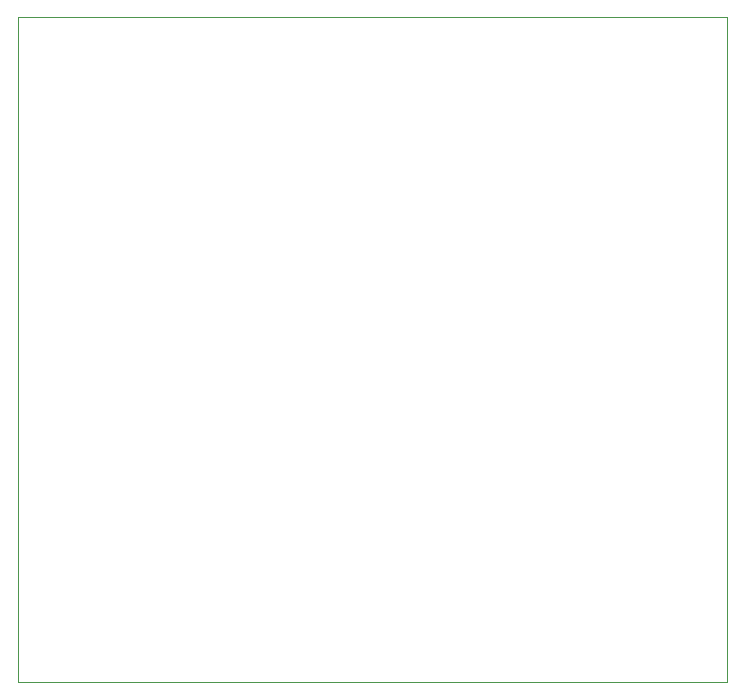
<source format=gbr>
%FSLAX46Y46*%
G04 Gerber Fmt 4.6, Leading zero omitted, Abs format (unit mm)*
G04 Created by KiCad (PCBNEW (2014-jul-16 BZR unknown)-product) date Tue 14 Oct 2014 06:58:31 PM EDT*
%MOMM*%
G01*
G04 APERTURE LIST*
%ADD10C,0.100000*%
G04 APERTURE END LIST*
D10*
X114250000Y-55750000D02*
X114250000Y-112000000D01*
X174250000Y-55750000D02*
X114250000Y-55750000D01*
X174250000Y-112000000D02*
X174250000Y-55750000D01*
X114250000Y-112000000D02*
X174250000Y-112000000D01*
M02*

</source>
